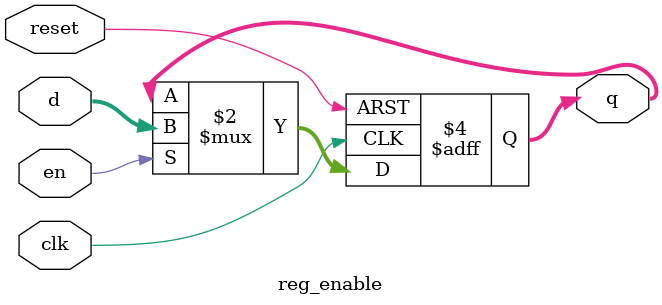
<source format=v>
module reg_enable(input clk, reset, en,
                  input [3:0] d,
                  output reg [3:0] q);
always @(posedge clk or posedge reset) begin
 if(reset) q <= 0;
 else if(en) q <= d;
end
endmodule

</source>
